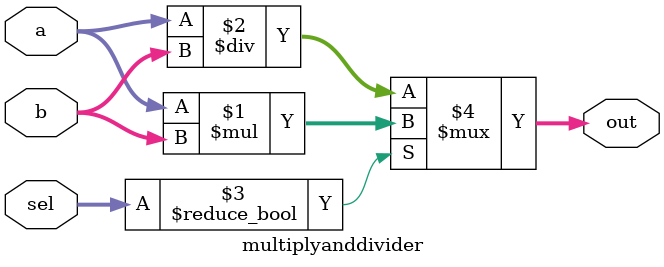
<source format=v>
module multiplyanddivider(input [31:0] a, b,
				  input [2:0] sel,
				  output [31:0] out);

assign out = sel ? a*b : a/b;

endmodule 
</source>
